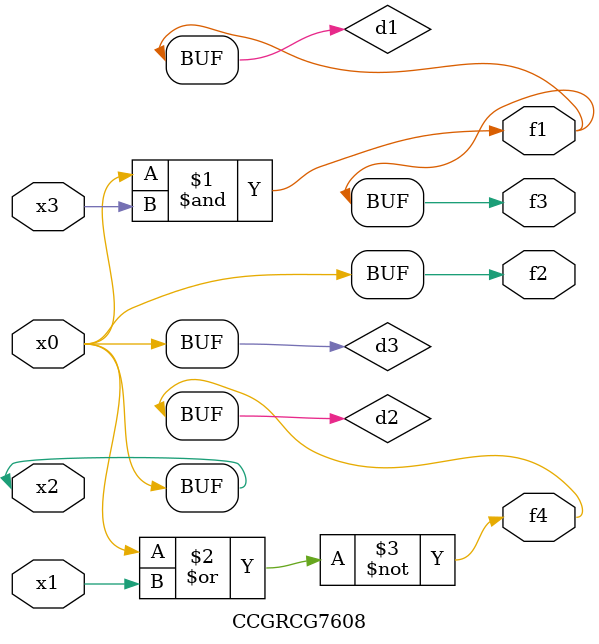
<source format=v>
module CCGRCG7608(
	input x0, x1, x2, x3,
	output f1, f2, f3, f4
);

	wire d1, d2, d3;

	and (d1, x2, x3);
	nor (d2, x0, x1);
	buf (d3, x0, x2);
	assign f1 = d1;
	assign f2 = d3;
	assign f3 = d1;
	assign f4 = d2;
endmodule

</source>
